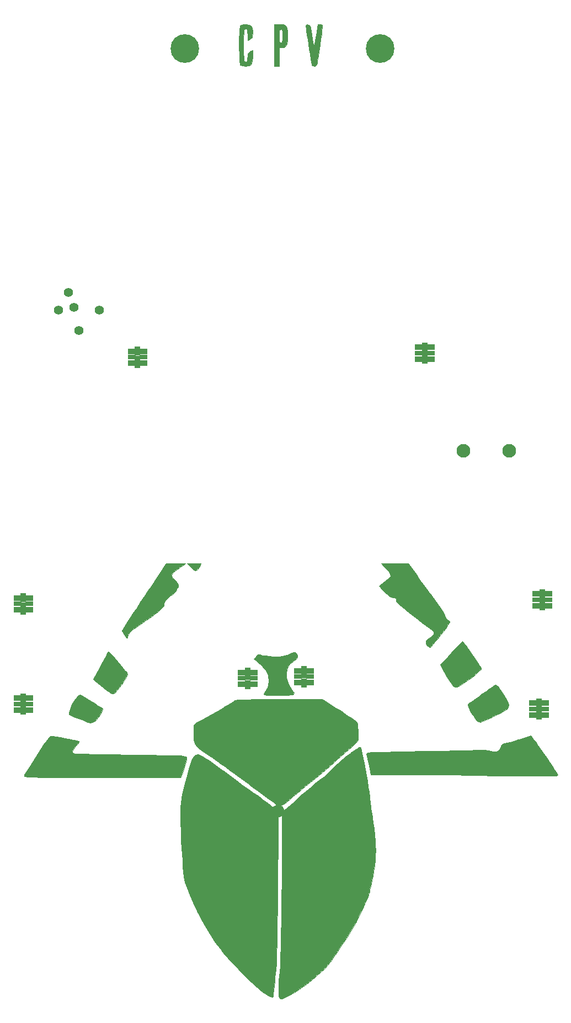
<source format=gbr>
G04 #@! TF.FileFunction,Soldermask,Top*
%FSLAX46Y46*%
G04 Gerber Fmt 4.6, Leading zero omitted, Abs format (unit mm)*
G04 Created by KiCad (PCBNEW 4.0.6) date 06/27/17 19:22:01*
%MOMM*%
%LPD*%
G01*
G04 APERTURE LIST*
%ADD10C,0.100000*%
%ADD11C,0.010000*%
%ADD12C,4.400000*%
%ADD13C,2.100000*%
%ADD14C,1.900000*%
%ADD15C,1.400000*%
%ADD16C,2.900000*%
%ADD17C,1.924000*%
%ADD18R,0.900000X1.400000*%
%ADD19R,0.900000X1.880000*%
%ADD20R,1.200000X0.900000*%
%ADD21R,1.200000X0.700000*%
G04 APERTURE END LIST*
D10*
D11*
G36*
X127926637Y-25812012D02*
X128246623Y-25978101D01*
X128426590Y-26301097D01*
X128497503Y-26818785D01*
X128502302Y-27066550D01*
X128491797Y-27488976D01*
X128438456Y-27736032D01*
X128309536Y-27887424D01*
X128119387Y-27998714D01*
X127736472Y-28196727D01*
X127736472Y-27359795D01*
X127721449Y-26876763D01*
X127668493Y-26594692D01*
X127565780Y-26460604D01*
X127532133Y-26444451D01*
X127300728Y-26464680D01*
X127214992Y-26544185D01*
X127174744Y-26733855D01*
X127143590Y-27126848D01*
X127121530Y-27671373D01*
X127108563Y-28315638D01*
X127104691Y-29007853D01*
X127109913Y-29696226D01*
X127124228Y-30328966D01*
X127147637Y-30854282D01*
X127180141Y-31220382D01*
X127214992Y-31367815D01*
X127412687Y-31482529D01*
X127532133Y-31467550D01*
X127665980Y-31331343D01*
X127727901Y-31023353D01*
X127736472Y-30750219D01*
X127752049Y-30357405D01*
X127825943Y-30130204D01*
X127998899Y-29979561D01*
X128119387Y-29913287D01*
X128502302Y-29715274D01*
X128502302Y-30647438D01*
X128476493Y-31294714D01*
X128380566Y-31729271D01*
X128186767Y-31990125D01*
X127867342Y-32116293D01*
X127435667Y-32146955D01*
X127025550Y-32119294D01*
X126712611Y-32048598D01*
X126613256Y-31993789D01*
X126560656Y-31816071D01*
X126518274Y-31428446D01*
X126486111Y-30876079D01*
X126464166Y-30204134D01*
X126452440Y-29457775D01*
X126450932Y-28682168D01*
X126459642Y-27922477D01*
X126478570Y-27223867D01*
X126507717Y-26631502D01*
X126547082Y-26190547D01*
X126596666Y-25946167D01*
X126613256Y-25918211D01*
X126821650Y-25830681D01*
X127185991Y-25775241D01*
X127435667Y-25765046D01*
X127926637Y-25812012D01*
X127926637Y-25812012D01*
G37*
X127926637Y-25812012D02*
X128246623Y-25978101D01*
X128426590Y-26301097D01*
X128497503Y-26818785D01*
X128502302Y-27066550D01*
X128491797Y-27488976D01*
X128438456Y-27736032D01*
X128309536Y-27887424D01*
X128119387Y-27998714D01*
X127736472Y-28196727D01*
X127736472Y-27359795D01*
X127721449Y-26876763D01*
X127668493Y-26594692D01*
X127565780Y-26460604D01*
X127532133Y-26444451D01*
X127300728Y-26464680D01*
X127214992Y-26544185D01*
X127174744Y-26733855D01*
X127143590Y-27126848D01*
X127121530Y-27671373D01*
X127108563Y-28315638D01*
X127104691Y-29007853D01*
X127109913Y-29696226D01*
X127124228Y-30328966D01*
X127147637Y-30854282D01*
X127180141Y-31220382D01*
X127214992Y-31367815D01*
X127412687Y-31482529D01*
X127532133Y-31467550D01*
X127665980Y-31331343D01*
X127727901Y-31023353D01*
X127736472Y-30750219D01*
X127752049Y-30357405D01*
X127825943Y-30130204D01*
X127998899Y-29979561D01*
X128119387Y-29913287D01*
X128502302Y-29715274D01*
X128502302Y-30647438D01*
X128476493Y-31294714D01*
X128380566Y-31729271D01*
X128186767Y-31990125D01*
X127867342Y-32116293D01*
X127435667Y-32146955D01*
X127025550Y-32119294D01*
X126712611Y-32048598D01*
X126613256Y-31993789D01*
X126560656Y-31816071D01*
X126518274Y-31428446D01*
X126486111Y-30876079D01*
X126464166Y-30204134D01*
X126452440Y-29457775D01*
X126450932Y-28682168D01*
X126459642Y-27922477D01*
X126478570Y-27223867D01*
X126507717Y-26631502D01*
X126547082Y-26190547D01*
X126596666Y-25946167D01*
X126613256Y-25918211D01*
X126821650Y-25830681D01*
X127185991Y-25775241D01*
X127435667Y-25765046D01*
X127926637Y-25812012D01*
G36*
X133082494Y-25783287D02*
X133444348Y-25864285D01*
X133673604Y-26047451D01*
X133799981Y-26372196D01*
X133853195Y-26877931D01*
X133863106Y-27495399D01*
X133842425Y-28233007D01*
X133769389Y-28751892D01*
X133627511Y-29086079D01*
X133400299Y-29269587D01*
X133071266Y-29336441D01*
X132969638Y-29338915D01*
X132586724Y-29338915D01*
X132586724Y-32146955D01*
X131820895Y-32146955D01*
X131820895Y-27551980D01*
X132586724Y-27551980D01*
X132592053Y-28060739D01*
X132616600Y-28365650D01*
X132673201Y-28518064D01*
X132774694Y-28569328D01*
X132842000Y-28573086D01*
X132969190Y-28551768D01*
X133045418Y-28453581D01*
X133083521Y-28227175D01*
X133096337Y-27821202D01*
X133097276Y-27551980D01*
X133091947Y-27043221D01*
X133067400Y-26738310D01*
X133010799Y-26585897D01*
X132909306Y-26534632D01*
X132842000Y-26530875D01*
X132714810Y-26552193D01*
X132638583Y-26650380D01*
X132600479Y-26876785D01*
X132587663Y-27282758D01*
X132586724Y-27551980D01*
X131820895Y-27551980D01*
X131820895Y-25765046D01*
X132558323Y-25765046D01*
X133082494Y-25783287D01*
X133082494Y-25783287D01*
G37*
X133082494Y-25783287D02*
X133444348Y-25864285D01*
X133673604Y-26047451D01*
X133799981Y-26372196D01*
X133853195Y-26877931D01*
X133863106Y-27495399D01*
X133842425Y-28233007D01*
X133769389Y-28751892D01*
X133627511Y-29086079D01*
X133400299Y-29269587D01*
X133071266Y-29336441D01*
X132969638Y-29338915D01*
X132586724Y-29338915D01*
X132586724Y-32146955D01*
X131820895Y-32146955D01*
X131820895Y-27551980D01*
X132586724Y-27551980D01*
X132592053Y-28060739D01*
X132616600Y-28365650D01*
X132673201Y-28518064D01*
X132774694Y-28569328D01*
X132842000Y-28573086D01*
X132969190Y-28551768D01*
X133045418Y-28453581D01*
X133083521Y-28227175D01*
X133096337Y-27821202D01*
X133097276Y-27551980D01*
X133091947Y-27043221D01*
X133067400Y-26738310D01*
X133010799Y-26585897D01*
X132909306Y-26534632D01*
X132842000Y-26530875D01*
X132714810Y-26552193D01*
X132638583Y-26650380D01*
X132600479Y-26876785D01*
X132587663Y-27282758D01*
X132586724Y-27551980D01*
X131820895Y-27551980D01*
X131820895Y-25765046D01*
X132558323Y-25765046D01*
X133082494Y-25783287D01*
G36*
X139001702Y-25766377D02*
X139102919Y-25789939D01*
X139168978Y-25865083D01*
X139199613Y-26021162D01*
X139194558Y-26287527D01*
X139153545Y-26693531D01*
X139076309Y-27268525D01*
X138962582Y-28041861D01*
X138837361Y-28874836D01*
X138688207Y-29867848D01*
X138571148Y-30637093D01*
X138478975Y-31211039D01*
X138404481Y-31618150D01*
X138340456Y-31886892D01*
X138279692Y-32045733D01*
X138214980Y-32123138D01*
X138139112Y-32147573D01*
X138044878Y-32147503D01*
X138008738Y-32146955D01*
X137740887Y-32096072D01*
X137624865Y-32013546D01*
X137585298Y-31858470D01*
X137515742Y-31494442D01*
X137423077Y-30965109D01*
X137314185Y-30314120D01*
X137195945Y-29585123D01*
X137075237Y-28821764D01*
X136958942Y-28067692D01*
X136853939Y-27366556D01*
X136767108Y-26762002D01*
X136705330Y-26297678D01*
X136675484Y-26017233D01*
X136673805Y-25979934D01*
X136733123Y-25813896D01*
X136957280Y-25782226D01*
X137022151Y-25788477D01*
X137170753Y-25814281D01*
X137278095Y-25880151D01*
X137360210Y-26029040D01*
X137433128Y-26303899D01*
X137512882Y-26747678D01*
X137608914Y-27360523D01*
X137706312Y-27971780D01*
X137796757Y-28500822D01*
X137870101Y-28890686D01*
X137915905Y-29083638D01*
X137958543Y-29035793D01*
X138027272Y-28774063D01*
X138113814Y-28337516D01*
X138209891Y-27765221D01*
X138247209Y-27520071D01*
X138507279Y-25765046D01*
X138865594Y-25765046D01*
X139001702Y-25766377D01*
X139001702Y-25766377D01*
G37*
X139001702Y-25766377D02*
X139102919Y-25789939D01*
X139168978Y-25865083D01*
X139199613Y-26021162D01*
X139194558Y-26287527D01*
X139153545Y-26693531D01*
X139076309Y-27268525D01*
X138962582Y-28041861D01*
X138837361Y-28874836D01*
X138688207Y-29867848D01*
X138571148Y-30637093D01*
X138478975Y-31211039D01*
X138404481Y-31618150D01*
X138340456Y-31886892D01*
X138279692Y-32045733D01*
X138214980Y-32123138D01*
X138139112Y-32147573D01*
X138044878Y-32147503D01*
X138008738Y-32146955D01*
X137740887Y-32096072D01*
X137624865Y-32013546D01*
X137585298Y-31858470D01*
X137515742Y-31494442D01*
X137423077Y-30965109D01*
X137314185Y-30314120D01*
X137195945Y-29585123D01*
X137075237Y-28821764D01*
X136958942Y-28067692D01*
X136853939Y-27366556D01*
X136767108Y-26762002D01*
X136705330Y-26297678D01*
X136675484Y-26017233D01*
X136673805Y-25979934D01*
X136733123Y-25813896D01*
X136957280Y-25782226D01*
X137022151Y-25788477D01*
X137170753Y-25814281D01*
X137278095Y-25880151D01*
X137360210Y-26029040D01*
X137433128Y-26303899D01*
X137512882Y-26747678D01*
X137608914Y-27360523D01*
X137706312Y-27971780D01*
X137796757Y-28500822D01*
X137870101Y-28890686D01*
X137915905Y-29083638D01*
X137958543Y-29035793D01*
X138027272Y-28774063D01*
X138113814Y-28337516D01*
X138209891Y-27765221D01*
X138247209Y-27520071D01*
X138507279Y-25765046D01*
X138865594Y-25765046D01*
X139001702Y-25766377D01*
G36*
X97888677Y-134959800D02*
X98317634Y-135040915D01*
X98434676Y-135065511D01*
X98990211Y-135174535D01*
X99673105Y-135296329D01*
X100357838Y-135408750D01*
X100527731Y-135434771D01*
X101062387Y-135525887D01*
X101503805Y-135621175D01*
X101788936Y-135706038D01*
X101855510Y-135742173D01*
X101848600Y-135913281D01*
X101638766Y-136234899D01*
X101389841Y-136528399D01*
X101026647Y-136959049D01*
X100843968Y-137256791D01*
X100829956Y-137456535D01*
X100972766Y-137593193D01*
X101020522Y-137616669D01*
X101184785Y-137635936D01*
X101581808Y-137656844D01*
X102189084Y-137678869D01*
X102984108Y-137701483D01*
X103944371Y-137724161D01*
X105047368Y-137746377D01*
X106270591Y-137767605D01*
X107591534Y-137787320D01*
X108987690Y-137804996D01*
X109169485Y-137807070D01*
X110589007Y-137824395D01*
X111948180Y-137843532D01*
X113222855Y-137863976D01*
X114388880Y-137885220D01*
X115422105Y-137906759D01*
X116298381Y-137928086D01*
X116993557Y-137948695D01*
X117483482Y-137968081D01*
X117744007Y-137985738D01*
X117753153Y-137986913D01*
X118166572Y-138067248D01*
X118369756Y-138175255D01*
X118411226Y-138289080D01*
X118374393Y-138549986D01*
X118276514Y-138964489D01*
X118136516Y-139471547D01*
X117973327Y-140010118D01*
X117805874Y-140519162D01*
X117653085Y-140937636D01*
X117533888Y-141204498D01*
X117488371Y-141265285D01*
X117341226Y-141279280D01*
X116960707Y-141291858D01*
X116368714Y-141303008D01*
X115587145Y-141312719D01*
X114637898Y-141320980D01*
X113542874Y-141327779D01*
X112323970Y-141333105D01*
X111003086Y-141336947D01*
X109602120Y-141339292D01*
X108142971Y-141340131D01*
X106647539Y-141339450D01*
X105137721Y-141337240D01*
X103635418Y-141333488D01*
X102162527Y-141328184D01*
X100740948Y-141321315D01*
X99392579Y-141312871D01*
X98139319Y-141302841D01*
X97003068Y-141291212D01*
X96005724Y-141277973D01*
X95909901Y-141276488D01*
X95022752Y-141258349D01*
X94363140Y-141234169D01*
X93903350Y-141201622D01*
X93615669Y-141158381D01*
X93472385Y-141102118D01*
X93446712Y-141069678D01*
X93500155Y-140931333D01*
X93675417Y-140615653D01*
X93950622Y-140156296D01*
X94303893Y-139586918D01*
X94713354Y-138941179D01*
X95157128Y-138252734D01*
X95613338Y-137555242D01*
X96060110Y-136882360D01*
X96475565Y-136267746D01*
X96837828Y-135745056D01*
X97125023Y-135347949D01*
X97315272Y-135110081D01*
X97331420Y-135092941D01*
X97463073Y-134984134D01*
X97626324Y-134940314D01*
X97888677Y-134959800D01*
X97888677Y-134959800D01*
G37*
X97888677Y-134959800D02*
X98317634Y-135040915D01*
X98434676Y-135065511D01*
X98990211Y-135174535D01*
X99673105Y-135296329D01*
X100357838Y-135408750D01*
X100527731Y-135434771D01*
X101062387Y-135525887D01*
X101503805Y-135621175D01*
X101788936Y-135706038D01*
X101855510Y-135742173D01*
X101848600Y-135913281D01*
X101638766Y-136234899D01*
X101389841Y-136528399D01*
X101026647Y-136959049D01*
X100843968Y-137256791D01*
X100829956Y-137456535D01*
X100972766Y-137593193D01*
X101020522Y-137616669D01*
X101184785Y-137635936D01*
X101581808Y-137656844D01*
X102189084Y-137678869D01*
X102984108Y-137701483D01*
X103944371Y-137724161D01*
X105047368Y-137746377D01*
X106270591Y-137767605D01*
X107591534Y-137787320D01*
X108987690Y-137804996D01*
X109169485Y-137807070D01*
X110589007Y-137824395D01*
X111948180Y-137843532D01*
X113222855Y-137863976D01*
X114388880Y-137885220D01*
X115422105Y-137906759D01*
X116298381Y-137928086D01*
X116993557Y-137948695D01*
X117483482Y-137968081D01*
X117744007Y-137985738D01*
X117753153Y-137986913D01*
X118166572Y-138067248D01*
X118369756Y-138175255D01*
X118411226Y-138289080D01*
X118374393Y-138549986D01*
X118276514Y-138964489D01*
X118136516Y-139471547D01*
X117973327Y-140010118D01*
X117805874Y-140519162D01*
X117653085Y-140937636D01*
X117533888Y-141204498D01*
X117488371Y-141265285D01*
X117341226Y-141279280D01*
X116960707Y-141291858D01*
X116368714Y-141303008D01*
X115587145Y-141312719D01*
X114637898Y-141320980D01*
X113542874Y-141327779D01*
X112323970Y-141333105D01*
X111003086Y-141336947D01*
X109602120Y-141339292D01*
X108142971Y-141340131D01*
X106647539Y-141339450D01*
X105137721Y-141337240D01*
X103635418Y-141333488D01*
X102162527Y-141328184D01*
X100740948Y-141321315D01*
X99392579Y-141312871D01*
X98139319Y-141302841D01*
X97003068Y-141291212D01*
X96005724Y-141277973D01*
X95909901Y-141276488D01*
X95022752Y-141258349D01*
X94363140Y-141234169D01*
X93903350Y-141201622D01*
X93615669Y-141158381D01*
X93472385Y-141102118D01*
X93446712Y-141069678D01*
X93500155Y-140931333D01*
X93675417Y-140615653D01*
X93950622Y-140156296D01*
X94303893Y-139586918D01*
X94713354Y-138941179D01*
X95157128Y-138252734D01*
X95613338Y-137555242D01*
X96060110Y-136882360D01*
X96475565Y-136267746D01*
X96837828Y-135745056D01*
X97125023Y-135347949D01*
X97315272Y-135110081D01*
X97331420Y-135092941D01*
X97463073Y-134984134D01*
X97626324Y-134940314D01*
X97888677Y-134959800D01*
G36*
X171471696Y-135216576D02*
X171654105Y-135454860D01*
X171939154Y-135847852D01*
X172303655Y-136361756D01*
X172724421Y-136962781D01*
X173178262Y-137617133D01*
X173641991Y-138291018D01*
X174092421Y-138950643D01*
X174506364Y-139562215D01*
X174860630Y-140091940D01*
X175132034Y-140506025D01*
X175297386Y-140770676D01*
X175337859Y-140851012D01*
X175235928Y-140986313D01*
X175135963Y-141039309D01*
X174954687Y-141059288D01*
X174545371Y-141074653D01*
X173935204Y-141085530D01*
X173151378Y-141092049D01*
X172221083Y-141094336D01*
X171171511Y-141092521D01*
X170029853Y-141086732D01*
X168823300Y-141077096D01*
X167579042Y-141063742D01*
X166324271Y-141046798D01*
X165086177Y-141026392D01*
X163891952Y-141002652D01*
X163020774Y-140982216D01*
X162168584Y-140963867D01*
X161105541Y-140946094D01*
X159876070Y-140929364D01*
X158524594Y-140914140D01*
X157095538Y-140900889D01*
X155633325Y-140890076D01*
X154182379Y-140882166D01*
X153102688Y-140878351D01*
X146630833Y-140861507D01*
X146556180Y-140382864D01*
X146485095Y-139998781D01*
X146376934Y-139491199D01*
X146280093Y-139074572D01*
X146130501Y-138446232D01*
X146041350Y-138021230D01*
X146009681Y-137755630D01*
X146032533Y-137605493D01*
X146106949Y-137526880D01*
X146173786Y-137496276D01*
X146337190Y-137479438D01*
X146733082Y-137459688D01*
X147338697Y-137437620D01*
X148131270Y-137413826D01*
X149088037Y-137388898D01*
X150186233Y-137363428D01*
X151403094Y-137338009D01*
X152715855Y-137313233D01*
X154101750Y-137289692D01*
X154131080Y-137289221D01*
X155545171Y-137265576D01*
X156907690Y-137240901D01*
X158192931Y-137215785D01*
X159375190Y-137190817D01*
X160428762Y-137166588D01*
X161327941Y-137143684D01*
X162047024Y-137122697D01*
X162560304Y-137104214D01*
X162829316Y-137089877D01*
X164099504Y-137107577D01*
X164762992Y-137206322D01*
X165397993Y-137313901D01*
X165840540Y-137332799D01*
X166142512Y-137248266D01*
X166355791Y-137045550D01*
X166532258Y-136709902D01*
X166535491Y-136702379D01*
X166711799Y-136353027D01*
X166905274Y-136173369D01*
X167203535Y-136087739D01*
X167257115Y-136079179D01*
X167556759Y-136011987D01*
X168037386Y-135879786D01*
X168638446Y-135700200D01*
X169299387Y-135490851D01*
X169464147Y-135436832D01*
X171184907Y-134868630D01*
X171471696Y-135216576D01*
X171471696Y-135216576D01*
G37*
X171471696Y-135216576D02*
X171654105Y-135454860D01*
X171939154Y-135847852D01*
X172303655Y-136361756D01*
X172724421Y-136962781D01*
X173178262Y-137617133D01*
X173641991Y-138291018D01*
X174092421Y-138950643D01*
X174506364Y-139562215D01*
X174860630Y-140091940D01*
X175132034Y-140506025D01*
X175297386Y-140770676D01*
X175337859Y-140851012D01*
X175235928Y-140986313D01*
X175135963Y-141039309D01*
X174954687Y-141059288D01*
X174545371Y-141074653D01*
X173935204Y-141085530D01*
X173151378Y-141092049D01*
X172221083Y-141094336D01*
X171171511Y-141092521D01*
X170029853Y-141086732D01*
X168823300Y-141077096D01*
X167579042Y-141063742D01*
X166324271Y-141046798D01*
X165086177Y-141026392D01*
X163891952Y-141002652D01*
X163020774Y-140982216D01*
X162168584Y-140963867D01*
X161105541Y-140946094D01*
X159876070Y-140929364D01*
X158524594Y-140914140D01*
X157095538Y-140900889D01*
X155633325Y-140890076D01*
X154182379Y-140882166D01*
X153102688Y-140878351D01*
X146630833Y-140861507D01*
X146556180Y-140382864D01*
X146485095Y-139998781D01*
X146376934Y-139491199D01*
X146280093Y-139074572D01*
X146130501Y-138446232D01*
X146041350Y-138021230D01*
X146009681Y-137755630D01*
X146032533Y-137605493D01*
X146106949Y-137526880D01*
X146173786Y-137496276D01*
X146337190Y-137479438D01*
X146733082Y-137459688D01*
X147338697Y-137437620D01*
X148131270Y-137413826D01*
X149088037Y-137388898D01*
X150186233Y-137363428D01*
X151403094Y-137338009D01*
X152715855Y-137313233D01*
X154101750Y-137289692D01*
X154131080Y-137289221D01*
X155545171Y-137265576D01*
X156907690Y-137240901D01*
X158192931Y-137215785D01*
X159375190Y-137190817D01*
X160428762Y-137166588D01*
X161327941Y-137143684D01*
X162047024Y-137122697D01*
X162560304Y-137104214D01*
X162829316Y-137089877D01*
X164099504Y-137107577D01*
X164762992Y-137206322D01*
X165397993Y-137313901D01*
X165840540Y-137332799D01*
X166142512Y-137248266D01*
X166355791Y-137045550D01*
X166532258Y-136709902D01*
X166535491Y-136702379D01*
X166711799Y-136353027D01*
X166905274Y-136173369D01*
X167203535Y-136087739D01*
X167257115Y-136079179D01*
X167556759Y-136011987D01*
X168037386Y-135879786D01*
X168638446Y-135700200D01*
X169299387Y-135490851D01*
X169464147Y-135436832D01*
X171184907Y-134868630D01*
X171471696Y-135216576D01*
G36*
X102172346Y-128673483D02*
X102506801Y-128852212D01*
X102965449Y-129118935D01*
X103503323Y-129448154D01*
X103639180Y-129533618D01*
X104199278Y-129887145D01*
X104698208Y-130200789D01*
X105087733Y-130444317D01*
X105319620Y-130587497D01*
X105343000Y-130601528D01*
X105480242Y-130699949D01*
X105512018Y-130821656D01*
X105434749Y-131041843D01*
X105309602Y-131303538D01*
X105055514Y-131740866D01*
X104724445Y-132210295D01*
X104565737Y-132405477D01*
X104118435Y-132803869D01*
X103666187Y-132954313D01*
X103180643Y-132863064D01*
X102967005Y-132758174D01*
X102706745Y-132633832D01*
X102280209Y-132453945D01*
X101761394Y-132249195D01*
X101515645Y-132156416D01*
X101018517Y-131959344D01*
X100619747Y-131778283D01*
X100375518Y-131639912D01*
X100327641Y-131592258D01*
X100344621Y-131411948D01*
X100440140Y-131064543D01*
X100594728Y-130618663D01*
X100630257Y-130525676D01*
X100883897Y-129965667D01*
X101184289Y-129444238D01*
X101495757Y-129011071D01*
X101782627Y-128715850D01*
X102007050Y-128608241D01*
X102172346Y-128673483D01*
X102172346Y-128673483D01*
G37*
X102172346Y-128673483D02*
X102506801Y-128852212D01*
X102965449Y-129118935D01*
X103503323Y-129448154D01*
X103639180Y-129533618D01*
X104199278Y-129887145D01*
X104698208Y-130200789D01*
X105087733Y-130444317D01*
X105319620Y-130587497D01*
X105343000Y-130601528D01*
X105480242Y-130699949D01*
X105512018Y-130821656D01*
X105434749Y-131041843D01*
X105309602Y-131303538D01*
X105055514Y-131740866D01*
X104724445Y-132210295D01*
X104565737Y-132405477D01*
X104118435Y-132803869D01*
X103666187Y-132954313D01*
X103180643Y-132863064D01*
X102967005Y-132758174D01*
X102706745Y-132633832D01*
X102280209Y-132453945D01*
X101761394Y-132249195D01*
X101515645Y-132156416D01*
X101018517Y-131959344D01*
X100619747Y-131778283D01*
X100375518Y-131639912D01*
X100327641Y-131592258D01*
X100344621Y-131411948D01*
X100440140Y-131064543D01*
X100594728Y-130618663D01*
X100630257Y-130525676D01*
X100883897Y-129965667D01*
X101184289Y-129444238D01*
X101495757Y-129011071D01*
X101782627Y-128715850D01*
X102007050Y-128608241D01*
X102172346Y-128673483D01*
G36*
X165970427Y-127145614D02*
X166180536Y-127365489D01*
X166469040Y-127755377D01*
X166850253Y-128334447D01*
X167279624Y-129025313D01*
X167619692Y-129645763D01*
X167781301Y-130121439D01*
X167767348Y-130487224D01*
X167580728Y-130778002D01*
X167435087Y-130898041D01*
X167168422Y-131061939D01*
X166744797Y-131293009D01*
X166212734Y-131567759D01*
X165620758Y-131862700D01*
X165017390Y-132154341D01*
X164451153Y-132419191D01*
X163970571Y-132633760D01*
X163624166Y-132774558D01*
X163467507Y-132818789D01*
X163251318Y-132743241D01*
X162949275Y-132556792D01*
X162860585Y-132490038D01*
X162648056Y-132253923D01*
X162382677Y-131864998D01*
X162102646Y-131392482D01*
X161846158Y-130905590D01*
X161651408Y-130473540D01*
X161556592Y-130165551D01*
X161552934Y-130120338D01*
X161652654Y-130000373D01*
X161913963Y-129793224D01*
X162276711Y-129546096D01*
X162668911Y-129282311D01*
X163192559Y-128912279D01*
X163777492Y-128486334D01*
X164320639Y-128079842D01*
X164829927Y-127703074D01*
X165277696Y-127390857D01*
X165619660Y-127172739D01*
X165811534Y-127078264D01*
X165824398Y-127076583D01*
X165970427Y-127145614D01*
X165970427Y-127145614D01*
G37*
X165970427Y-127145614D02*
X166180536Y-127365489D01*
X166469040Y-127755377D01*
X166850253Y-128334447D01*
X167279624Y-129025313D01*
X167619692Y-129645763D01*
X167781301Y-130121439D01*
X167767348Y-130487224D01*
X167580728Y-130778002D01*
X167435087Y-130898041D01*
X167168422Y-131061939D01*
X166744797Y-131293009D01*
X166212734Y-131567759D01*
X165620758Y-131862700D01*
X165017390Y-132154341D01*
X164451153Y-132419191D01*
X163970571Y-132633760D01*
X163624166Y-132774558D01*
X163467507Y-132818789D01*
X163251318Y-132743241D01*
X162949275Y-132556792D01*
X162860585Y-132490038D01*
X162648056Y-132253923D01*
X162382677Y-131864998D01*
X162102646Y-131392482D01*
X161846158Y-130905590D01*
X161651408Y-130473540D01*
X161556592Y-130165551D01*
X161552934Y-130120338D01*
X161652654Y-130000373D01*
X161913963Y-129793224D01*
X162276711Y-129546096D01*
X162668911Y-129282311D01*
X163192559Y-128912279D01*
X163777492Y-128486334D01*
X164320639Y-128079842D01*
X164829927Y-127703074D01*
X165277696Y-127390857D01*
X165619660Y-127172739D01*
X165811534Y-127078264D01*
X165824398Y-127076583D01*
X165970427Y-127145614D01*
G36*
X106524006Y-122065647D02*
X106782945Y-122325590D01*
X107135719Y-122715133D01*
X107550628Y-123198525D01*
X107995968Y-123740014D01*
X108307613Y-124132912D01*
X108625564Y-124528197D01*
X108917076Y-124870110D01*
X109110772Y-125076303D01*
X109252266Y-125255339D01*
X109289060Y-125464835D01*
X109208535Y-125746654D01*
X108998071Y-126142657D01*
X108645048Y-126694706D01*
X108604607Y-126755337D01*
X108081455Y-127504986D01*
X107659519Y-128035094D01*
X107329347Y-128356163D01*
X107081492Y-128478693D01*
X107052246Y-128480603D01*
X106842167Y-128407398D01*
X106503519Y-128214736D01*
X106106735Y-127943048D01*
X106076272Y-127920370D01*
X105582564Y-127536240D01*
X105063164Y-127110003D01*
X104709139Y-126803536D01*
X104089966Y-126246934D01*
X105008620Y-124541890D01*
X105346740Y-123907961D01*
X105654571Y-123319106D01*
X105905066Y-122827915D01*
X106071176Y-122486983D01*
X106108149Y-122403950D01*
X106251130Y-122121166D01*
X106373004Y-121976113D01*
X106390605Y-121971055D01*
X106524006Y-122065647D01*
X106524006Y-122065647D01*
G37*
X106524006Y-122065647D02*
X106782945Y-122325590D01*
X107135719Y-122715133D01*
X107550628Y-123198525D01*
X107995968Y-123740014D01*
X108307613Y-124132912D01*
X108625564Y-124528197D01*
X108917076Y-124870110D01*
X109110772Y-125076303D01*
X109252266Y-125255339D01*
X109289060Y-125464835D01*
X109208535Y-125746654D01*
X108998071Y-126142657D01*
X108645048Y-126694706D01*
X108604607Y-126755337D01*
X108081455Y-127504986D01*
X107659519Y-128035094D01*
X107329347Y-128356163D01*
X107081492Y-128478693D01*
X107052246Y-128480603D01*
X106842167Y-128407398D01*
X106503519Y-128214736D01*
X106106735Y-127943048D01*
X106076272Y-127920370D01*
X105582564Y-127536240D01*
X105063164Y-127110003D01*
X104709139Y-126803536D01*
X104089966Y-126246934D01*
X105008620Y-124541890D01*
X105346740Y-123907961D01*
X105654571Y-123319106D01*
X105905066Y-122827915D01*
X106071176Y-122486983D01*
X106108149Y-122403950D01*
X106251130Y-122121166D01*
X106373004Y-121976113D01*
X106390605Y-121971055D01*
X106524006Y-122065647D01*
G36*
X161072204Y-120840701D02*
X161283573Y-121110828D01*
X161595592Y-121536729D01*
X161967494Y-122061652D01*
X162358509Y-122628848D01*
X162388524Y-122673065D01*
X162761154Y-123221347D01*
X163097705Y-123714110D01*
X163364143Y-124101692D01*
X163526438Y-124334429D01*
X163538961Y-124351898D01*
X163620813Y-124487430D01*
X163624679Y-124613499D01*
X163521939Y-124771532D01*
X163283974Y-125002958D01*
X162882163Y-125349204D01*
X162804760Y-125414644D01*
X162139484Y-125953996D01*
X161480690Y-126447328D01*
X160866560Y-126869509D01*
X160335272Y-127195409D01*
X159925007Y-127399900D01*
X159697983Y-127459497D01*
X159378033Y-127339855D01*
X159086805Y-127044673D01*
X158905015Y-126776820D01*
X158653913Y-126375586D01*
X158362964Y-125891925D01*
X158061631Y-125376793D01*
X157779379Y-124881144D01*
X157545670Y-124455932D01*
X157389969Y-124152111D01*
X157340874Y-124025267D01*
X157425138Y-123907485D01*
X157659722Y-123636447D01*
X158017314Y-123242234D01*
X158470602Y-122754928D01*
X158992274Y-122204610D01*
X159024334Y-122171100D01*
X160707794Y-120412357D01*
X161072204Y-120840701D01*
X161072204Y-120840701D01*
G37*
X161072204Y-120840701D02*
X161283573Y-121110828D01*
X161595592Y-121536729D01*
X161967494Y-122061652D01*
X162358509Y-122628848D01*
X162388524Y-122673065D01*
X162761154Y-123221347D01*
X163097705Y-123714110D01*
X163364143Y-124101692D01*
X163526438Y-124334429D01*
X163538961Y-124351898D01*
X163620813Y-124487430D01*
X163624679Y-124613499D01*
X163521939Y-124771532D01*
X163283974Y-125002958D01*
X162882163Y-125349204D01*
X162804760Y-125414644D01*
X162139484Y-125953996D01*
X161480690Y-126447328D01*
X160866560Y-126869509D01*
X160335272Y-127195409D01*
X159925007Y-127399900D01*
X159697983Y-127459497D01*
X159378033Y-127339855D01*
X159086805Y-127044673D01*
X158905015Y-126776820D01*
X158653913Y-126375586D01*
X158362964Y-125891925D01*
X158061631Y-125376793D01*
X157779379Y-124881144D01*
X157545670Y-124455932D01*
X157389969Y-124152111D01*
X157340874Y-124025267D01*
X157425138Y-123907485D01*
X157659722Y-123636447D01*
X158017314Y-123242234D01*
X158470602Y-122754928D01*
X158992274Y-122204610D01*
X159024334Y-122171100D01*
X160707794Y-120412357D01*
X161072204Y-120840701D01*
G36*
X152426804Y-108451205D02*
X153639367Y-110195245D01*
X154137713Y-110901520D01*
X154676258Y-111647273D01*
X155200194Y-112357667D01*
X155654711Y-112957863D01*
X155787116Y-113127879D01*
X156222532Y-113700226D01*
X156667076Y-114317465D01*
X157094403Y-114939202D01*
X157478169Y-115525045D01*
X157792026Y-116034601D01*
X158009631Y-116427477D01*
X158104638Y-116663280D01*
X158106703Y-116684283D01*
X158198972Y-116871027D01*
X158421344Y-117094480D01*
X158425799Y-117098000D01*
X158647525Y-117296794D01*
X158744709Y-117432212D01*
X158744894Y-117435306D01*
X158668221Y-117626916D01*
X158458722Y-117967096D01*
X158147177Y-118416634D01*
X157764367Y-118936319D01*
X157341073Y-119486942D01*
X156908074Y-120029291D01*
X156496151Y-120524156D01*
X156136084Y-120932326D01*
X155858654Y-121214590D01*
X155694641Y-121331738D01*
X155685312Y-121332864D01*
X155546032Y-121248994D01*
X155329269Y-121046306D01*
X155320912Y-121037452D01*
X155091618Y-120709764D01*
X155091151Y-120426919D01*
X155327889Y-120150574D01*
X155548452Y-119996127D01*
X156035434Y-119634590D01*
X156274050Y-119305973D01*
X156264835Y-118986501D01*
X156008324Y-118652398D01*
X155585849Y-118332270D01*
X155066903Y-117976015D01*
X154467564Y-117541700D01*
X153819477Y-117054755D01*
X153154288Y-116540609D01*
X152503641Y-116024693D01*
X151899183Y-115532437D01*
X151372560Y-115089270D01*
X150955415Y-114720622D01*
X150679396Y-114451923D01*
X150576147Y-114308604D01*
X150576050Y-114306453D01*
X150511497Y-113914577D01*
X150299079Y-113716000D01*
X150023135Y-113674572D01*
X149789025Y-113637862D01*
X149534195Y-113505846D01*
X149210203Y-113245693D01*
X148768610Y-112824576D01*
X148767899Y-112823871D01*
X147910628Y-111973169D01*
X148796606Y-111272166D01*
X149193646Y-110938832D01*
X149498680Y-110646219D01*
X149665168Y-110440594D01*
X149682583Y-110391361D01*
X149597752Y-110058033D01*
X149332443Y-109639074D01*
X148870426Y-109109467D01*
X148811069Y-109047688D01*
X148224340Y-108441407D01*
X152426804Y-108451205D01*
X152426804Y-108451205D01*
G37*
X152426804Y-108451205D02*
X153639367Y-110195245D01*
X154137713Y-110901520D01*
X154676258Y-111647273D01*
X155200194Y-112357667D01*
X155654711Y-112957863D01*
X155787116Y-113127879D01*
X156222532Y-113700226D01*
X156667076Y-114317465D01*
X157094403Y-114939202D01*
X157478169Y-115525045D01*
X157792026Y-116034601D01*
X158009631Y-116427477D01*
X158104638Y-116663280D01*
X158106703Y-116684283D01*
X158198972Y-116871027D01*
X158421344Y-117094480D01*
X158425799Y-117098000D01*
X158647525Y-117296794D01*
X158744709Y-117432212D01*
X158744894Y-117435306D01*
X158668221Y-117626916D01*
X158458722Y-117967096D01*
X158147177Y-118416634D01*
X157764367Y-118936319D01*
X157341073Y-119486942D01*
X156908074Y-120029291D01*
X156496151Y-120524156D01*
X156136084Y-120932326D01*
X155858654Y-121214590D01*
X155694641Y-121331738D01*
X155685312Y-121332864D01*
X155546032Y-121248994D01*
X155329269Y-121046306D01*
X155320912Y-121037452D01*
X155091618Y-120709764D01*
X155091151Y-120426919D01*
X155327889Y-120150574D01*
X155548452Y-119996127D01*
X156035434Y-119634590D01*
X156274050Y-119305973D01*
X156264835Y-118986501D01*
X156008324Y-118652398D01*
X155585849Y-118332270D01*
X155066903Y-117976015D01*
X154467564Y-117541700D01*
X153819477Y-117054755D01*
X153154288Y-116540609D01*
X152503641Y-116024693D01*
X151899183Y-115532437D01*
X151372560Y-115089270D01*
X150955415Y-114720622D01*
X150679396Y-114451923D01*
X150576147Y-114308604D01*
X150576050Y-114306453D01*
X150511497Y-113914577D01*
X150299079Y-113716000D01*
X150023135Y-113674572D01*
X149789025Y-113637862D01*
X149534195Y-113505846D01*
X149210203Y-113245693D01*
X148768610Y-112824576D01*
X148767899Y-112823871D01*
X147910628Y-111973169D01*
X148796606Y-111272166D01*
X149193646Y-110938832D01*
X149498680Y-110646219D01*
X149665168Y-110440594D01*
X149682583Y-110391361D01*
X149597752Y-110058033D01*
X149332443Y-109639074D01*
X148870426Y-109109467D01*
X148811069Y-109047688D01*
X148224340Y-108441407D01*
X152426804Y-108451205D01*
G36*
X117743741Y-108792412D02*
X117366925Y-109078125D01*
X116917207Y-109405694D01*
X116705085Y-109555610D01*
X116348827Y-109831349D01*
X116169034Y-110061235D01*
X116114339Y-110314560D01*
X116113738Y-110353349D01*
X116147664Y-110623382D01*
X116229477Y-110738834D01*
X116231558Y-110738894D01*
X116439966Y-110838933D01*
X116699134Y-111085488D01*
X116942774Y-111398218D01*
X117104593Y-111696781D01*
X117134844Y-111833637D01*
X117089892Y-112068770D01*
X117007206Y-112142914D01*
X116902818Y-112249594D01*
X116879568Y-112393158D01*
X116804085Y-112666644D01*
X116720020Y-112772445D01*
X116516429Y-112942694D01*
X116239309Y-113180377D01*
X116220797Y-113196438D01*
X115874642Y-113485726D01*
X115502646Y-113781416D01*
X115486878Y-113793528D01*
X115232319Y-114029625D01*
X115098571Y-114233683D01*
X115092633Y-114268035D01*
X115008826Y-114425132D01*
X114950508Y-114440402D01*
X114861028Y-114549950D01*
X114861363Y-114801378D01*
X114866857Y-114951718D01*
X114816257Y-115098521D01*
X114680284Y-115271576D01*
X114429662Y-115500669D01*
X114035111Y-115815587D01*
X113467354Y-116246119D01*
X113368483Y-116320234D01*
X112712758Y-116803220D01*
X112018640Y-117300797D01*
X111362032Y-117759358D01*
X110818835Y-118125297D01*
X110741938Y-118175272D01*
X110093427Y-118630272D01*
X109661205Y-119026764D01*
X109421107Y-119391952D01*
X109348914Y-119743392D01*
X109298441Y-119916478D01*
X109157443Y-119868091D01*
X108941556Y-119608914D01*
X108782324Y-119356236D01*
X108446754Y-118783628D01*
X109440296Y-117240146D01*
X109760369Y-116746379D01*
X110195400Y-116080385D01*
X110718900Y-115282444D01*
X111304381Y-114392836D01*
X111925354Y-113451840D01*
X112555330Y-112499735D01*
X112840911Y-112069035D01*
X115247983Y-108441407D01*
X118191051Y-108441407D01*
X117743741Y-108792412D01*
X117743741Y-108792412D01*
G37*
X117743741Y-108792412D02*
X117366925Y-109078125D01*
X116917207Y-109405694D01*
X116705085Y-109555610D01*
X116348827Y-109831349D01*
X116169034Y-110061235D01*
X116114339Y-110314560D01*
X116113738Y-110353349D01*
X116147664Y-110623382D01*
X116229477Y-110738834D01*
X116231558Y-110738894D01*
X116439966Y-110838933D01*
X116699134Y-111085488D01*
X116942774Y-111398218D01*
X117104593Y-111696781D01*
X117134844Y-111833637D01*
X117089892Y-112068770D01*
X117007206Y-112142914D01*
X116902818Y-112249594D01*
X116879568Y-112393158D01*
X116804085Y-112666644D01*
X116720020Y-112772445D01*
X116516429Y-112942694D01*
X116239309Y-113180377D01*
X116220797Y-113196438D01*
X115874642Y-113485726D01*
X115502646Y-113781416D01*
X115486878Y-113793528D01*
X115232319Y-114029625D01*
X115098571Y-114233683D01*
X115092633Y-114268035D01*
X115008826Y-114425132D01*
X114950508Y-114440402D01*
X114861028Y-114549950D01*
X114861363Y-114801378D01*
X114866857Y-114951718D01*
X114816257Y-115098521D01*
X114680284Y-115271576D01*
X114429662Y-115500669D01*
X114035111Y-115815587D01*
X113467354Y-116246119D01*
X113368483Y-116320234D01*
X112712758Y-116803220D01*
X112018640Y-117300797D01*
X111362032Y-117759358D01*
X110818835Y-118125297D01*
X110741938Y-118175272D01*
X110093427Y-118630272D01*
X109661205Y-119026764D01*
X109421107Y-119391952D01*
X109348914Y-119743392D01*
X109298441Y-119916478D01*
X109157443Y-119868091D01*
X108941556Y-119608914D01*
X108782324Y-119356236D01*
X108446754Y-118783628D01*
X109440296Y-117240146D01*
X109760369Y-116746379D01*
X110195400Y-116080385D01*
X110718900Y-115282444D01*
X111304381Y-114392836D01*
X111925354Y-113451840D01*
X112555330Y-112499735D01*
X112840911Y-112069035D01*
X115247983Y-108441407D01*
X118191051Y-108441407D01*
X117743741Y-108792412D01*
G36*
X120003044Y-108449211D02*
X120371897Y-108470009D01*
X120565609Y-108499876D01*
X120581075Y-108511848D01*
X120523138Y-108655614D01*
X120376805Y-108937015D01*
X120293889Y-109085237D01*
X120043047Y-109431218D01*
X119786216Y-109559260D01*
X119488787Y-109467279D01*
X119116152Y-109153192D01*
X118975798Y-109005897D01*
X118455445Y-108441407D01*
X119518260Y-108441407D01*
X120003044Y-108449211D01*
X120003044Y-108449211D01*
G37*
X120003044Y-108449211D02*
X120371897Y-108470009D01*
X120565609Y-108499876D01*
X120581075Y-108511848D01*
X120523138Y-108655614D01*
X120376805Y-108937015D01*
X120293889Y-109085237D01*
X120043047Y-109431218D01*
X119786216Y-109559260D01*
X119488787Y-109467279D01*
X119116152Y-109153192D01*
X118975798Y-109005897D01*
X118455445Y-108441407D01*
X119518260Y-108441407D01*
X120003044Y-108449211D01*
G36*
X145007012Y-136629389D02*
X145088362Y-136771135D01*
X145199751Y-137129902D01*
X145334508Y-137670085D01*
X145485963Y-138356084D01*
X145647443Y-139152293D01*
X145812279Y-140023112D01*
X145973798Y-140932936D01*
X146125330Y-141846164D01*
X146260203Y-142727192D01*
X146371746Y-143540417D01*
X146453288Y-144250237D01*
X146471595Y-144445588D01*
X146544337Y-145148086D01*
X146638629Y-145878049D01*
X146739451Y-146524967D01*
X146792566Y-146806894D01*
X146904832Y-147437528D01*
X147020297Y-148238570D01*
X147131726Y-149141551D01*
X147231888Y-150078001D01*
X147313550Y-150979450D01*
X147369479Y-151777429D01*
X147392442Y-152403467D01*
X147392554Y-152486794D01*
X147366645Y-153160141D01*
X147301941Y-153977052D01*
X147207919Y-154858048D01*
X147094055Y-155723649D01*
X146969823Y-156494375D01*
X146844702Y-157090746D01*
X146842712Y-157098564D01*
X146706024Y-157659186D01*
X146570758Y-158253917D01*
X146511476Y-158533048D01*
X146454487Y-158803426D01*
X146395533Y-159040289D01*
X146318636Y-159283994D01*
X146207816Y-159574895D01*
X146047094Y-159953346D01*
X145820490Y-160459702D01*
X145512024Y-161134317D01*
X145291917Y-161612924D01*
X144341010Y-163555891D01*
X143384823Y-165260960D01*
X142413602Y-166745474D01*
X142373936Y-166801024D01*
X142024716Y-167295293D01*
X141719100Y-167740469D01*
X141496127Y-168078978D01*
X141407850Y-168225882D01*
X141177564Y-168594493D01*
X140822607Y-169087741D01*
X140392421Y-169643577D01*
X139936448Y-170199956D01*
X139504131Y-170694830D01*
X139144911Y-171066151D01*
X139143646Y-171067343D01*
X138475398Y-171661516D01*
X137690305Y-172302143D01*
X136839863Y-172952061D01*
X135975567Y-173574106D01*
X135148914Y-174131116D01*
X134411399Y-174585928D01*
X133860801Y-174879822D01*
X133362671Y-175107863D01*
X133036625Y-175227528D01*
X132827732Y-175247190D01*
X132681060Y-175175218D01*
X132585478Y-175074177D01*
X132526884Y-174868433D01*
X132494956Y-174459523D01*
X132488088Y-173897986D01*
X132504670Y-173234362D01*
X132543096Y-172519190D01*
X132601757Y-171803010D01*
X132679044Y-171136360D01*
X132719357Y-170866693D01*
X132739830Y-170621649D01*
X132761597Y-170144528D01*
X132784360Y-169458525D01*
X132807824Y-168586832D01*
X132831693Y-167552646D01*
X132855669Y-166379160D01*
X132879457Y-165089569D01*
X132902760Y-163707067D01*
X132925282Y-162254849D01*
X132946727Y-160756108D01*
X132966798Y-159234039D01*
X132985198Y-157711837D01*
X133001632Y-156212695D01*
X133015803Y-154759809D01*
X133027415Y-153376372D01*
X133036171Y-152085580D01*
X133041774Y-150910625D01*
X133043929Y-149874703D01*
X133042340Y-149001008D01*
X133036709Y-148312734D01*
X133026741Y-147833077D01*
X133016330Y-147625269D01*
X132940721Y-146720527D01*
X133617185Y-146157429D01*
X134086109Y-145749021D01*
X134599159Y-145275209D01*
X134941212Y-144942106D01*
X135320674Y-144580029D01*
X135829466Y-144129841D01*
X136484257Y-143577627D01*
X137301717Y-142909472D01*
X138298513Y-142111461D01*
X138944504Y-141600111D01*
X139432190Y-141195916D01*
X140001954Y-140694517D01*
X140557589Y-140181414D01*
X140758121Y-139988348D01*
X141609359Y-139171399D01*
X142322180Y-138522868D01*
X142925085Y-138018030D01*
X143446576Y-137632160D01*
X143566161Y-137552301D01*
X143979164Y-137271605D01*
X144367700Y-136989893D01*
X144507606Y-136881310D01*
X144781220Y-136697918D01*
X144984124Y-136626120D01*
X145007012Y-136629389D01*
X145007012Y-136629389D01*
G37*
X145007012Y-136629389D02*
X145088362Y-136771135D01*
X145199751Y-137129902D01*
X145334508Y-137670085D01*
X145485963Y-138356084D01*
X145647443Y-139152293D01*
X145812279Y-140023112D01*
X145973798Y-140932936D01*
X146125330Y-141846164D01*
X146260203Y-142727192D01*
X146371746Y-143540417D01*
X146453288Y-144250237D01*
X146471595Y-144445588D01*
X146544337Y-145148086D01*
X146638629Y-145878049D01*
X146739451Y-146524967D01*
X146792566Y-146806894D01*
X146904832Y-147437528D01*
X147020297Y-148238570D01*
X147131726Y-149141551D01*
X147231888Y-150078001D01*
X147313550Y-150979450D01*
X147369479Y-151777429D01*
X147392442Y-152403467D01*
X147392554Y-152486794D01*
X147366645Y-153160141D01*
X147301941Y-153977052D01*
X147207919Y-154858048D01*
X147094055Y-155723649D01*
X146969823Y-156494375D01*
X146844702Y-157090746D01*
X146842712Y-157098564D01*
X146706024Y-157659186D01*
X146570758Y-158253917D01*
X146511476Y-158533048D01*
X146454487Y-158803426D01*
X146395533Y-159040289D01*
X146318636Y-159283994D01*
X146207816Y-159574895D01*
X146047094Y-159953346D01*
X145820490Y-160459702D01*
X145512024Y-161134317D01*
X145291917Y-161612924D01*
X144341010Y-163555891D01*
X143384823Y-165260960D01*
X142413602Y-166745474D01*
X142373936Y-166801024D01*
X142024716Y-167295293D01*
X141719100Y-167740469D01*
X141496127Y-168078978D01*
X141407850Y-168225882D01*
X141177564Y-168594493D01*
X140822607Y-169087741D01*
X140392421Y-169643577D01*
X139936448Y-170199956D01*
X139504131Y-170694830D01*
X139144911Y-171066151D01*
X139143646Y-171067343D01*
X138475398Y-171661516D01*
X137690305Y-172302143D01*
X136839863Y-172952061D01*
X135975567Y-173574106D01*
X135148914Y-174131116D01*
X134411399Y-174585928D01*
X133860801Y-174879822D01*
X133362671Y-175107863D01*
X133036625Y-175227528D01*
X132827732Y-175247190D01*
X132681060Y-175175218D01*
X132585478Y-175074177D01*
X132526884Y-174868433D01*
X132494956Y-174459523D01*
X132488088Y-173897986D01*
X132504670Y-173234362D01*
X132543096Y-172519190D01*
X132601757Y-171803010D01*
X132679044Y-171136360D01*
X132719357Y-170866693D01*
X132739830Y-170621649D01*
X132761597Y-170144528D01*
X132784360Y-169458525D01*
X132807824Y-168586832D01*
X132831693Y-167552646D01*
X132855669Y-166379160D01*
X132879457Y-165089569D01*
X132902760Y-163707067D01*
X132925282Y-162254849D01*
X132946727Y-160756108D01*
X132966798Y-159234039D01*
X132985198Y-157711837D01*
X133001632Y-156212695D01*
X133015803Y-154759809D01*
X133027415Y-153376372D01*
X133036171Y-152085580D01*
X133041774Y-150910625D01*
X133043929Y-149874703D01*
X133042340Y-149001008D01*
X133036709Y-148312734D01*
X133026741Y-147833077D01*
X133016330Y-147625269D01*
X132940721Y-146720527D01*
X133617185Y-146157429D01*
X134086109Y-145749021D01*
X134599159Y-145275209D01*
X134941212Y-144942106D01*
X135320674Y-144580029D01*
X135829466Y-144129841D01*
X136484257Y-143577627D01*
X137301717Y-142909472D01*
X138298513Y-142111461D01*
X138944504Y-141600111D01*
X139432190Y-141195916D01*
X140001954Y-140694517D01*
X140557589Y-140181414D01*
X140758121Y-139988348D01*
X141609359Y-139171399D01*
X142322180Y-138522868D01*
X142925085Y-138018030D01*
X143446576Y-137632160D01*
X143566161Y-137552301D01*
X143979164Y-137271605D01*
X144367700Y-136989893D01*
X144507606Y-136881310D01*
X144781220Y-136697918D01*
X144984124Y-136626120D01*
X145007012Y-136629389D01*
G36*
X120354188Y-137817406D02*
X120730622Y-138020483D01*
X121240217Y-138330725D01*
X121847508Y-138725045D01*
X122517031Y-139180353D01*
X123213324Y-139673562D01*
X123900921Y-140181583D01*
X123969437Y-140233527D01*
X124999995Y-141012499D01*
X125973565Y-141740013D01*
X126858596Y-142392893D01*
X127623536Y-142947958D01*
X128236832Y-143382031D01*
X128504855Y-143565350D01*
X129356753Y-144146164D01*
X130084026Y-144665983D01*
X130781508Y-145194207D01*
X131398575Y-145682981D01*
X132302628Y-146409821D01*
X132389711Y-147469915D01*
X132399736Y-147734769D01*
X132406086Y-148223451D01*
X132409009Y-148913333D01*
X132408755Y-149781785D01*
X132405570Y-150806180D01*
X132399704Y-151963888D01*
X132391403Y-153232281D01*
X132380916Y-154588730D01*
X132368491Y-156010605D01*
X132354375Y-157475278D01*
X132338818Y-158960121D01*
X132322066Y-160442504D01*
X132304369Y-161899798D01*
X132285973Y-163309375D01*
X132267126Y-164648607D01*
X132248078Y-165894863D01*
X132229076Y-167025515D01*
X132210367Y-168017936D01*
X132192200Y-168849494D01*
X132174823Y-169497563D01*
X132158484Y-169939512D01*
X132143431Y-170152714D01*
X132140988Y-170164683D01*
X132111786Y-170350108D01*
X132066167Y-170744243D01*
X132008875Y-171301402D01*
X131944649Y-171975896D01*
X131891592Y-172567790D01*
X131824577Y-173296512D01*
X131759077Y-173937921D01*
X131700089Y-174448215D01*
X131652611Y-174783594D01*
X131625878Y-174897187D01*
X131477380Y-175002956D01*
X131227670Y-174958443D01*
X130841092Y-174753791D01*
X130639485Y-174624441D01*
X130094379Y-174222695D01*
X129418269Y-173660202D01*
X128645437Y-172970759D01*
X127810164Y-172188161D01*
X126946733Y-171346204D01*
X126089426Y-170478684D01*
X125272523Y-169619398D01*
X124530306Y-168802141D01*
X123897058Y-168060709D01*
X123590908Y-167675739D01*
X122790515Y-166596375D01*
X122063546Y-165531737D01*
X121386440Y-164439460D01*
X120735639Y-163277182D01*
X120087581Y-162002540D01*
X119418706Y-160573172D01*
X118705455Y-158946714D01*
X118604505Y-158709788D01*
X118423264Y-158267341D01*
X118273328Y-157852576D01*
X118149705Y-157432117D01*
X118047402Y-156972592D01*
X117961428Y-156440626D01*
X117886790Y-155802845D01*
X117818496Y-155025877D01*
X117751555Y-154076346D01*
X117680973Y-152920879D01*
X117645018Y-152295337D01*
X117560753Y-150769860D01*
X117496001Y-149467349D01*
X117452232Y-148356132D01*
X117430915Y-147404534D01*
X117433519Y-146580886D01*
X117461513Y-145853513D01*
X117516367Y-145190743D01*
X117599549Y-144560904D01*
X117712529Y-143932324D01*
X117856776Y-143273331D01*
X118033759Y-142552251D01*
X118110925Y-142251416D01*
X118429492Y-141045613D01*
X118705636Y-140067651D01*
X118949297Y-139295522D01*
X119170416Y-138707218D01*
X119378931Y-138280732D01*
X119584781Y-137994055D01*
X119797908Y-137825180D01*
X120028249Y-137752099D01*
X120146379Y-137744583D01*
X120354188Y-137817406D01*
X120354188Y-137817406D01*
G37*
X120354188Y-137817406D02*
X120730622Y-138020483D01*
X121240217Y-138330725D01*
X121847508Y-138725045D01*
X122517031Y-139180353D01*
X123213324Y-139673562D01*
X123900921Y-140181583D01*
X123969437Y-140233527D01*
X124999995Y-141012499D01*
X125973565Y-141740013D01*
X126858596Y-142392893D01*
X127623536Y-142947958D01*
X128236832Y-143382031D01*
X128504855Y-143565350D01*
X129356753Y-144146164D01*
X130084026Y-144665983D01*
X130781508Y-145194207D01*
X131398575Y-145682981D01*
X132302628Y-146409821D01*
X132389711Y-147469915D01*
X132399736Y-147734769D01*
X132406086Y-148223451D01*
X132409009Y-148913333D01*
X132408755Y-149781785D01*
X132405570Y-150806180D01*
X132399704Y-151963888D01*
X132391403Y-153232281D01*
X132380916Y-154588730D01*
X132368491Y-156010605D01*
X132354375Y-157475278D01*
X132338818Y-158960121D01*
X132322066Y-160442504D01*
X132304369Y-161899798D01*
X132285973Y-163309375D01*
X132267126Y-164648607D01*
X132248078Y-165894863D01*
X132229076Y-167025515D01*
X132210367Y-168017936D01*
X132192200Y-168849494D01*
X132174823Y-169497563D01*
X132158484Y-169939512D01*
X132143431Y-170152714D01*
X132140988Y-170164683D01*
X132111786Y-170350108D01*
X132066167Y-170744243D01*
X132008875Y-171301402D01*
X131944649Y-171975896D01*
X131891592Y-172567790D01*
X131824577Y-173296512D01*
X131759077Y-173937921D01*
X131700089Y-174448215D01*
X131652611Y-174783594D01*
X131625878Y-174897187D01*
X131477380Y-175002956D01*
X131227670Y-174958443D01*
X130841092Y-174753791D01*
X130639485Y-174624441D01*
X130094379Y-174222695D01*
X129418269Y-173660202D01*
X128645437Y-172970759D01*
X127810164Y-172188161D01*
X126946733Y-171346204D01*
X126089426Y-170478684D01*
X125272523Y-169619398D01*
X124530306Y-168802141D01*
X123897058Y-168060709D01*
X123590908Y-167675739D01*
X122790515Y-166596375D01*
X122063546Y-165531737D01*
X121386440Y-164439460D01*
X120735639Y-163277182D01*
X120087581Y-162002540D01*
X119418706Y-160573172D01*
X118705455Y-158946714D01*
X118604505Y-158709788D01*
X118423264Y-158267341D01*
X118273328Y-157852576D01*
X118149705Y-157432117D01*
X118047402Y-156972592D01*
X117961428Y-156440626D01*
X117886790Y-155802845D01*
X117818496Y-155025877D01*
X117751555Y-154076346D01*
X117680973Y-152920879D01*
X117645018Y-152295337D01*
X117560753Y-150769860D01*
X117496001Y-149467349D01*
X117452232Y-148356132D01*
X117430915Y-147404534D01*
X117433519Y-146580886D01*
X117461513Y-145853513D01*
X117516367Y-145190743D01*
X117599549Y-144560904D01*
X117712529Y-143932324D01*
X117856776Y-143273331D01*
X118033759Y-142552251D01*
X118110925Y-142251416D01*
X118429492Y-141045613D01*
X118705636Y-140067651D01*
X118949297Y-139295522D01*
X119170416Y-138707218D01*
X119378931Y-138280732D01*
X119584781Y-137994055D01*
X119797908Y-137825180D01*
X120028249Y-137752099D01*
X120146379Y-137744583D01*
X120354188Y-137817406D01*
G36*
X140130381Y-129907154D02*
X140644427Y-130235931D01*
X141150521Y-130553478D01*
X141558212Y-130803197D01*
X141640485Y-130852120D01*
X142046514Y-131104757D01*
X142419681Y-131358833D01*
X142523502Y-131436256D01*
X142807886Y-131638943D01*
X143220530Y-131911400D01*
X143653118Y-132182903D01*
X144054517Y-132449130D01*
X144365111Y-132694480D01*
X144521029Y-132868185D01*
X144524044Y-132875150D01*
X144580869Y-133139584D01*
X144631683Y-133579942D01*
X144672113Y-134116876D01*
X144697786Y-134671039D01*
X144704329Y-135163083D01*
X144687369Y-135513662D01*
X144673842Y-135593326D01*
X144541479Y-135804314D01*
X144237894Y-136132526D01*
X143797243Y-136543576D01*
X143358440Y-136917629D01*
X142757650Y-137419232D01*
X142111710Y-137970931D01*
X141510139Y-138495702D01*
X141151781Y-138816308D01*
X139753869Y-140050425D01*
X138157628Y-141391797D01*
X136683014Y-142585109D01*
X136053353Y-143094769D01*
X135374715Y-143657133D01*
X134734508Y-144199115D01*
X134278809Y-144595410D01*
X133780926Y-145024754D01*
X133418190Y-145302328D01*
X133145148Y-145456777D01*
X132916348Y-145516746D01*
X132810970Y-145520436D01*
X132459623Y-145491406D01*
X132206362Y-145437321D01*
X132046621Y-145340614D01*
X131713675Y-145113423D01*
X131238633Y-144778309D01*
X130652602Y-144357830D01*
X129986692Y-143874547D01*
X129272012Y-143351018D01*
X128539668Y-142809804D01*
X127820771Y-142273463D01*
X127245611Y-141839843D01*
X126687276Y-141421740D01*
X126038449Y-140943708D01*
X125417407Y-140492721D01*
X125267219Y-140385007D01*
X124784824Y-140038392D01*
X124347529Y-139720862D01*
X124019447Y-139479122D01*
X123909880Y-139396239D01*
X123695314Y-139239411D01*
X123315072Y-138970454D01*
X122814407Y-138621036D01*
X122238568Y-138222819D01*
X121928232Y-138009569D01*
X121173249Y-137489942D01*
X120601929Y-137085390D01*
X120187139Y-136767008D01*
X119901746Y-136505891D01*
X119718615Y-136273134D01*
X119610612Y-136039833D01*
X119550604Y-135777081D01*
X119511457Y-135455974D01*
X119508989Y-135432405D01*
X119468087Y-134836253D01*
X119455871Y-134194501D01*
X119465076Y-133851618D01*
X119496458Y-133422356D01*
X119561175Y-133166968D01*
X119702953Y-133004262D01*
X119965515Y-132853049D01*
X120016915Y-132826899D01*
X120650974Y-132495911D01*
X121392955Y-132093601D01*
X122184688Y-131652986D01*
X122968004Y-131207085D01*
X123684734Y-130788913D01*
X124276707Y-130431488D01*
X124601640Y-130224594D01*
X125052014Y-129929623D01*
X125452558Y-129673195D01*
X125730547Y-129501727D01*
X125769639Y-129479110D01*
X125898791Y-129440840D01*
X126151075Y-129408170D01*
X126543208Y-129380664D01*
X127091902Y-129357882D01*
X127813872Y-129339388D01*
X128725833Y-129324744D01*
X129844498Y-129313511D01*
X131186581Y-129305252D01*
X132608532Y-129299973D01*
X139162644Y-129281283D01*
X140130381Y-129907154D01*
X140130381Y-129907154D01*
G37*
X140130381Y-129907154D02*
X140644427Y-130235931D01*
X141150521Y-130553478D01*
X141558212Y-130803197D01*
X141640485Y-130852120D01*
X142046514Y-131104757D01*
X142419681Y-131358833D01*
X142523502Y-131436256D01*
X142807886Y-131638943D01*
X143220530Y-131911400D01*
X143653118Y-132182903D01*
X144054517Y-132449130D01*
X144365111Y-132694480D01*
X144521029Y-132868185D01*
X144524044Y-132875150D01*
X144580869Y-133139584D01*
X144631683Y-133579942D01*
X144672113Y-134116876D01*
X144697786Y-134671039D01*
X144704329Y-135163083D01*
X144687369Y-135513662D01*
X144673842Y-135593326D01*
X144541479Y-135804314D01*
X144237894Y-136132526D01*
X143797243Y-136543576D01*
X143358440Y-136917629D01*
X142757650Y-137419232D01*
X142111710Y-137970931D01*
X141510139Y-138495702D01*
X141151781Y-138816308D01*
X139753869Y-140050425D01*
X138157628Y-141391797D01*
X136683014Y-142585109D01*
X136053353Y-143094769D01*
X135374715Y-143657133D01*
X134734508Y-144199115D01*
X134278809Y-144595410D01*
X133780926Y-145024754D01*
X133418190Y-145302328D01*
X133145148Y-145456777D01*
X132916348Y-145516746D01*
X132810970Y-145520436D01*
X132459623Y-145491406D01*
X132206362Y-145437321D01*
X132046621Y-145340614D01*
X131713675Y-145113423D01*
X131238633Y-144778309D01*
X130652602Y-144357830D01*
X129986692Y-143874547D01*
X129272012Y-143351018D01*
X128539668Y-142809804D01*
X127820771Y-142273463D01*
X127245611Y-141839843D01*
X126687276Y-141421740D01*
X126038449Y-140943708D01*
X125417407Y-140492721D01*
X125267219Y-140385007D01*
X124784824Y-140038392D01*
X124347529Y-139720862D01*
X124019447Y-139479122D01*
X123909880Y-139396239D01*
X123695314Y-139239411D01*
X123315072Y-138970454D01*
X122814407Y-138621036D01*
X122238568Y-138222819D01*
X121928232Y-138009569D01*
X121173249Y-137489942D01*
X120601929Y-137085390D01*
X120187139Y-136767008D01*
X119901746Y-136505891D01*
X119718615Y-136273134D01*
X119610612Y-136039833D01*
X119550604Y-135777081D01*
X119511457Y-135455974D01*
X119508989Y-135432405D01*
X119468087Y-134836253D01*
X119455871Y-134194501D01*
X119465076Y-133851618D01*
X119496458Y-133422356D01*
X119561175Y-133166968D01*
X119702953Y-133004262D01*
X119965515Y-132853049D01*
X120016915Y-132826899D01*
X120650974Y-132495911D01*
X121392955Y-132093601D01*
X122184688Y-131652986D01*
X122968004Y-131207085D01*
X123684734Y-130788913D01*
X124276707Y-130431488D01*
X124601640Y-130224594D01*
X125052014Y-129929623D01*
X125452558Y-129673195D01*
X125730547Y-129501727D01*
X125769639Y-129479110D01*
X125898791Y-129440840D01*
X126151075Y-129408170D01*
X126543208Y-129380664D01*
X127091902Y-129357882D01*
X127813872Y-129339388D01*
X128725833Y-129324744D01*
X129844498Y-129313511D01*
X131186581Y-129305252D01*
X132608532Y-129299973D01*
X139162644Y-129281283D01*
X140130381Y-129907154D01*
G36*
X135091918Y-122100456D02*
X135247884Y-122262409D01*
X135273203Y-122306946D01*
X135384708Y-122693186D01*
X135266001Y-123034692D01*
X134906194Y-123355586D01*
X134759126Y-123445970D01*
X134215125Y-123897732D01*
X133850051Y-124497108D01*
X133672459Y-125201615D01*
X133690901Y-125968768D01*
X133913931Y-126756079D01*
X134039010Y-127022975D01*
X134276374Y-127447201D01*
X134509771Y-127812272D01*
X134645292Y-127988488D01*
X134855547Y-128293996D01*
X134832319Y-128500454D01*
X134599578Y-128608197D01*
X134338483Y-128638383D01*
X133892285Y-128667511D01*
X133322310Y-128693833D01*
X132689885Y-128715598D01*
X132056337Y-128731058D01*
X131482991Y-128738462D01*
X131031176Y-128736062D01*
X130762217Y-128722107D01*
X130738523Y-128718347D01*
X130380309Y-128633520D01*
X130241206Y-128538131D01*
X130287883Y-128383674D01*
X130402032Y-128228662D01*
X130594749Y-127911809D01*
X130791888Y-127478854D01*
X130872647Y-127258723D01*
X131013435Y-126455115D01*
X130899504Y-125660413D01*
X130531286Y-124875550D01*
X129909214Y-124101457D01*
X129063239Y-123361432D01*
X128696312Y-123082301D01*
X129034188Y-122739270D01*
X129239942Y-122545925D01*
X129418417Y-122463051D01*
X129661470Y-122474920D01*
X130055294Y-122564406D01*
X130492993Y-122639936D01*
X131085611Y-122699657D01*
X131732881Y-122734593D01*
X132014905Y-122739834D01*
X132632018Y-122735884D01*
X133073651Y-122706560D01*
X133419337Y-122638131D01*
X133748607Y-122516866D01*
X134006019Y-122396090D01*
X134518854Y-122163929D01*
X134864864Y-122066507D01*
X135091918Y-122100456D01*
X135091918Y-122100456D01*
G37*
X135091918Y-122100456D02*
X135247884Y-122262409D01*
X135273203Y-122306946D01*
X135384708Y-122693186D01*
X135266001Y-123034692D01*
X134906194Y-123355586D01*
X134759126Y-123445970D01*
X134215125Y-123897732D01*
X133850051Y-124497108D01*
X133672459Y-125201615D01*
X133690901Y-125968768D01*
X133913931Y-126756079D01*
X134039010Y-127022975D01*
X134276374Y-127447201D01*
X134509771Y-127812272D01*
X134645292Y-127988488D01*
X134855547Y-128293996D01*
X134832319Y-128500454D01*
X134599578Y-128608197D01*
X134338483Y-128638383D01*
X133892285Y-128667511D01*
X133322310Y-128693833D01*
X132689885Y-128715598D01*
X132056337Y-128731058D01*
X131482991Y-128738462D01*
X131031176Y-128736062D01*
X130762217Y-128722107D01*
X130738523Y-128718347D01*
X130380309Y-128633520D01*
X130241206Y-128538131D01*
X130287883Y-128383674D01*
X130402032Y-128228662D01*
X130594749Y-127911809D01*
X130791888Y-127478854D01*
X130872647Y-127258723D01*
X131013435Y-126455115D01*
X130899504Y-125660413D01*
X130531286Y-124875550D01*
X129909214Y-124101457D01*
X129063239Y-123361432D01*
X128696312Y-123082301D01*
X129034188Y-122739270D01*
X129239942Y-122545925D01*
X129418417Y-122463051D01*
X129661470Y-122474920D01*
X130055294Y-122564406D01*
X130492993Y-122639936D01*
X131085611Y-122699657D01*
X131732881Y-122734593D01*
X132014905Y-122739834D01*
X132632018Y-122735884D01*
X133073651Y-122706560D01*
X133419337Y-122638131D01*
X133748607Y-122516866D01*
X134006019Y-122396090D01*
X134518854Y-122163929D01*
X134864864Y-122066507D01*
X135091918Y-122100456D01*
D12*
X118080000Y-29490000D03*
X148082000Y-29464000D03*
D13*
X167894000Y-91186000D03*
X160894000Y-91186000D03*
D14*
X120142000Y-138938000D03*
X120650000Y-133604000D03*
X144272000Y-138176000D03*
D15*
X101124924Y-69149164D03*
X98764924Y-69629164D03*
X100264924Y-66899164D03*
X105014924Y-69559164D03*
X101904924Y-72709164D03*
D16*
X137961000Y-138963400D03*
D17*
X129961000Y-131963400D03*
X134961000Y-131963400D03*
X129961000Y-146463400D03*
X132461000Y-146463400D03*
X134961000Y-146463400D03*
D16*
X126961000Y-138963400D03*
D18*
X93345000Y-113731000D03*
D19*
X93345000Y-115381000D03*
D20*
X92445000Y-113781000D03*
D21*
X92445000Y-114681000D03*
D20*
X92445000Y-115581000D03*
X94245000Y-113781000D03*
X94245000Y-115581000D03*
D21*
X94245000Y-114681000D03*
D18*
X93345000Y-130998000D03*
D19*
X93345000Y-129348000D03*
D20*
X94245000Y-130948000D03*
D21*
X94245000Y-130048000D03*
D20*
X94245000Y-129148000D03*
X92445000Y-130948000D03*
X92445000Y-129148000D03*
D21*
X92445000Y-130048000D03*
D18*
X127762000Y-127061000D03*
D19*
X127762000Y-125411000D03*
D20*
X128662000Y-127011000D03*
D21*
X128662000Y-126111000D03*
D20*
X128662000Y-125211000D03*
X126862000Y-127011000D03*
X126862000Y-125211000D03*
D21*
X126862000Y-126111000D03*
D18*
X136398000Y-126807000D03*
D19*
X136398000Y-125157000D03*
D20*
X137298000Y-126757000D03*
D21*
X137298000Y-125857000D03*
D20*
X137298000Y-124957000D03*
X135498000Y-126757000D03*
X135498000Y-124957000D03*
D21*
X135498000Y-125857000D03*
D18*
X172466000Y-131760000D03*
D19*
X172466000Y-130110000D03*
D20*
X173366000Y-131710000D03*
D21*
X173366000Y-130810000D03*
D20*
X173366000Y-129910000D03*
X171566000Y-131710000D03*
X171566000Y-129910000D03*
D21*
X171566000Y-130810000D03*
D18*
X172974000Y-113096000D03*
D19*
X172974000Y-114746000D03*
D20*
X172074000Y-113146000D03*
D21*
X172074000Y-114046000D03*
D20*
X172074000Y-114946000D03*
X173874000Y-113146000D03*
X173874000Y-114946000D03*
D21*
X173874000Y-114046000D03*
D18*
X154940000Y-75250000D03*
D19*
X154940000Y-76900000D03*
D20*
X154040000Y-75300000D03*
D21*
X154040000Y-76200000D03*
D20*
X154040000Y-77100000D03*
X155840000Y-75300000D03*
X155840000Y-77100000D03*
D21*
X155840000Y-76200000D03*
D18*
X110870996Y-75885002D03*
D19*
X110870996Y-77535002D03*
D20*
X109970996Y-75935002D03*
D21*
X109970996Y-76835002D03*
D20*
X109970996Y-77735002D03*
X111770996Y-75935002D03*
X111770996Y-77735002D03*
D21*
X111770996Y-76835002D03*
M02*

</source>
